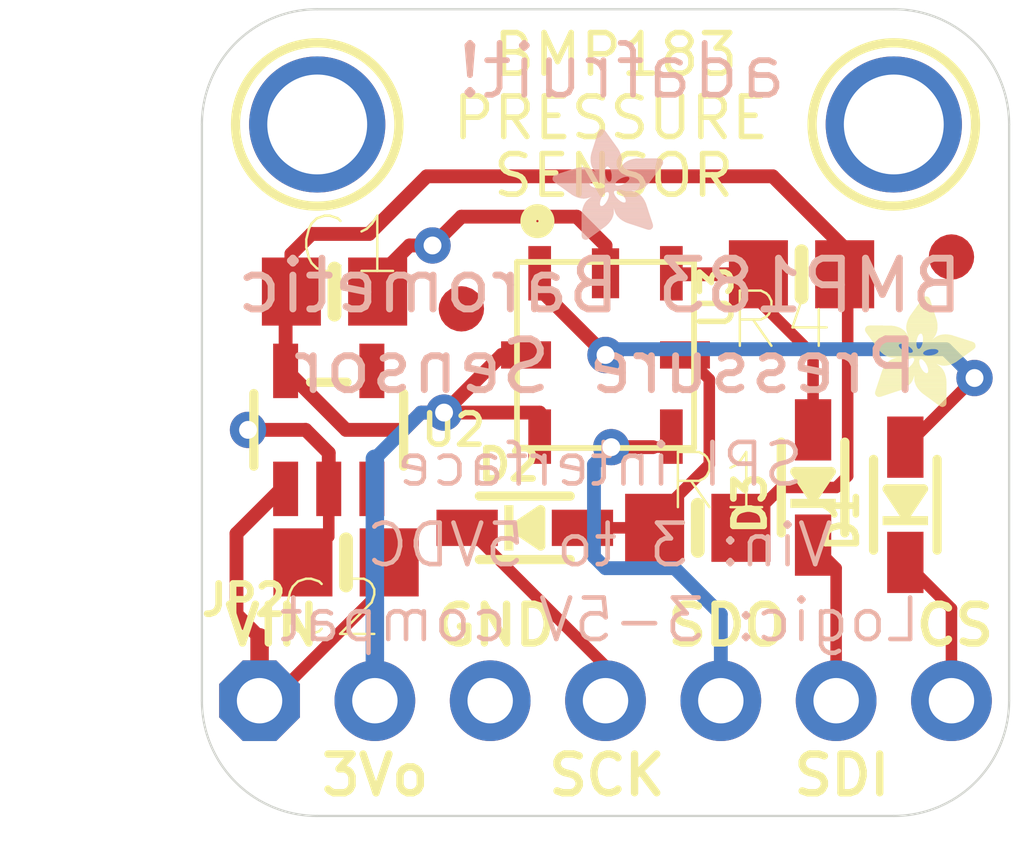
<source format=kicad_pcb>
(kicad_pcb (version 20211014) (generator pcbnew)
  (layers (0 "F.Cu" signal) (31 "B.Cu" signal) (34 "B.Paste" user) (35 "F.Paste" user) (36 "B.SilkS" user "B.Silkscreen") (37 "F.SilkS" user "F.Silkscreen") (38 "B.Mask" user) (39 "F.Mask" user) (44 "Edge.Cuts" user))
  (net 0 "")
  (net 1 "GND")
  (net 2 "SDI_3.3V")
  (net 3 "SCK_3.3V")
  (net 4 "SDI_5.0V")
  (net 5 "SCK_5.0V")
  (net 6 "+3V3")
  (net 7 "+5V")
  (net 8 "CS_5V")
  (net 9 "SDO")
  (net 10 "CS_3V")
  (footprint "boardEagle:0805-NO" (layer "F.Cu") (at 152.8191 101.9556 180)
    (fp_text reference "R4" (at -0.762 -1.016) (layer "F.SilkS") (effects (font (size 1.21668 1.21668) (thickness 0.05332)) (justify right)))
    (fp_text value "10K")
    (pad "1" smd rect (at -0.95 0 180) (size 1.3 1.5) (layers "F.Cu" "F.Paste" "F.Mask") (net 6 "+3V3"))
    (pad "2" smd rect (at 0.95 0 180) (size 1.3 1.5) (layers "F.Cu" "F.Paste" "F.Mask") (net 2 "SDI_3.3V"))
  )
  (footprint "boardEagle:0805-NO" (layer "F.Cu") (at 150.5331 107.5436)
    (fp_text reference "R1" (at -0.762 -1.016) (layer "F.SilkS") (effects (font (size 1.21668 1.21668) (thickness 0.05332)) (justify left)))
    (fp_text value "10K")
    (pad "1" smd rect (at -0.95 0) (size 1.3 1.5) (layers "F.Cu" "F.Paste" "F.Mask") (net 3 "SCK_3.3V"))
    (pad "2" smd rect (at 0.95 0) (size 1.3 1.5) (layers "F.Cu" "F.Paste" "F.Mask") (net 6 "+3V3"))
  )
  (footprint "boardEagle:SOT23-5" (layer "F.Cu") (at 142.4051 105.3846)
    (fp_text reference "U2" (at 1.978 0) (layer "F.SilkS") (effects (font (size 0.692831 0.692831) (thickness 0.119969)) (justify left)))
    (fp_text value "MIC5225-3.3")
    (pad "1" smd rect (at -0.95 1.3001) (size 0.55 1.2) (layers "F.Cu" "F.Paste" "F.Mask") (net 7 "+5V"))
    (pad "2" smd rect (at 0 1.3001) (size 0.55 1.2) (layers "F.Cu" "F.Paste" "F.Mask") (net 1 "GND"))
    (pad "3" smd rect (at 0.95 1.3001) (size 0.55 1.2) (layers "F.Cu" "F.Paste" "F.Mask") (net 7 "+5V"))
    (pad "4" smd rect (at 0.95 -1.3001) (size 0.55 1.2) (layers "F.Cu" "F.Paste" "F.Mask"))
    (pad "5" smd rect (at -0.95 -1.3001) (size 0.55 1.2) (layers "F.Cu" "F.Paste" "F.Mask") (net 6 "+3V3"))
  )
  (footprint "boardEagle:BMP18X_EXTENDED" (layer "F.Cu") (at 148.5011 103.7336 -90)
    (fp_text reference "U3" (at -2.04 -2.448 90) (layer "F.SilkS") (effects (font (size 0.692831 0.692831) (thickness 0.119969)) (justify right)))
    (fp_text value "BMP183")
    (pad "1" smd rect (at -1.8 1.45 270) (size 1.2 0.5) (layers "F.Cu" "F.Paste" "F.Mask") (net 10 "CS_3V"))
    (pad "2" smd rect (at 0 1.75 270) (size 0.6 1.1) (layers "F.Cu" "F.Paste" "F.Mask") (net 6 "+3V3"))
    (pad "3" smd rect (at 1.8 1.45 270) (size 1.2 0.5) (layers "F.Cu" "F.Paste" "F.Mask") (net 6 "+3V3"))
    (pad "4" smd rect (at 1.8 -1.45 270) (size 1.2 0.5) (layers "F.Cu" "F.Paste" "F.Mask") (net 9 "SDO"))
    (pad "5" smd rect (at 0 -1.75 270) (size 0.6 1.1) (layers "F.Cu" "F.Paste" "F.Mask") (net 3 "SCK_3.3V"))
    (pad "6" smd rect (at -1.8 -1.45 270) (size 1.2 0.5) (layers "F.Cu" "F.Paste" "F.Mask") (net 2 "SDI_3.3V"))
    (pad "7" smd rect (at -1.8 0 270) (size 1.1 0.6) (layers "F.Cu" "F.Paste" "F.Mask") (net 1 "GND"))
  )
  (footprint "boardEagle:1X07_ROUND_70" (layer "F.Cu") (at 148.5011 111.3536)
    (fp_text reference "JP2" (at -8.9662 -1.8288) (layer "F.SilkS") (effects (font (size 0.666496 0.666496) (thickness 0.146304)) (justify left bottom)))
    (fp_text value "")
    (pad "1" thru_hole roundrect (at -7.62 0 90) (size 1.778 1.778) (drill 1) (layers *.Cu *.Mask) (chamfer_ratio 0.2928932188) (chamfer top_left top_right bottom_left bottom_right) (net 7 "+5V"))
    (pad "2" thru_hole circle (at -5.08 0 90) (size 1.778 1.778) (drill 1) (layers *.Cu *.Mask) (net 6 "+3V3"))
    (pad "3" thru_hole circle (at -2.54 0 90) (size 1.778 1.778) (drill 1) (layers *.Cu *.Mask) (net 1 "GND"))
    (pad "4" thru_hole circle (at 0 0 90) (size 1.778 1.778) (drill 1) (layers *.Cu *.Mask) (net 5 "SCK_5.0V"))
    (pad "5" thru_hole circle (at 2.54 0 90) (size 1.778 1.778) (drill 1) (layers *.Cu *.Mask) (net 9 "SDO"))
    (pad "6" thru_hole circle (at 5.08 0 90) (size 1.778 1.778) (drill 1) (layers *.Cu *.Mask) (net 4 "SDI_5.0V"))
    (pad "7" thru_hole circle (at 7.62 0 90) (size 1.778 1.778) (drill 1) (layers *.Cu *.Mask) (net 8 "CS_5V"))
  )
  (footprint "boardEagle:MOUNTINGHOLE_2.0_PLATED" (layer "F.Cu") (at 154.8511 98.6536)
    (fp_text reference "U$8" hide)
    (fp_text value "MOUNTINGHOLE2.0" hide)
    (pad "P$1" thru_hole circle (at 0 0) (size 3 3) (drill 2.2) (layers *.Cu *.Mask))
  )
  (footprint "boardEagle:MOUNTINGHOLE_2.0_PLATED" (layer "F.Cu") (at 142.1511 98.6536)
    (fp_text reference "U$7" hide)
    (fp_text value "MOUNTINGHOLE2.0" hide)
    (pad "P$1" thru_hole circle (at 0 0) (size 3 3) (drill 2.2) (layers *.Cu *.Mask))
  )
  (footprint "boardEagle:ADAFRUIT_2.5MM" (layer "F.Cu") (at 154.2161 104.8766)
    (fp_text reference "U$6" hide)
    (fp_text value "" hide)
  )
  (footprint "boardEagle:0805-NO" (layer "F.Cu") (at 142.7861 108.3056 180)
    (fp_text reference "C2" (at -0.889 -1.016) (layer "F.SilkS") (effects (font (size 1.21668 1.21668) (thickness 0.05332)) (justify right)))
    (fp_text value "10uF")
    (pad "1" smd rect (at -0.95 0 180) (size 1.3 1.5) (layers "F.Cu" "F.Paste" "F.Mask") (net 7 "+5V"))
    (pad "2" smd rect (at 0.95 0 180) (size 1.3 1.5) (layers "F.Cu" "F.Paste" "F.Mask") (net 1 "GND"))
  )
  (footprint "boardEagle:SOD-323" (layer "F.Cu") (at 153.0731 106.6546 90)
    (fp_text reference "D3" (at -1.1 -1 90) (layer "F.SilkS") (effects (font (size 0.666496 0.666496) (thickness 0.146304)) (justify left bottom)))
    (fp_text value "1n4148")
    (pad "A" smd rect (at 1.27 0 90) (size 1.35 0.8) (layers "F.Cu" "F.Paste" "F.Mask") (net 2 "SDI_3.3V"))
    (pad "C" smd rect (at -1.27 0 90) (size 1.35 0.8) (layers "F.Cu" "F.Paste" "F.Mask") (net 4 "SDI_5.0V"))
  )
  (footprint "boardEagle:SOD-323" (layer "F.Cu") (at 155.1051 107.0356 90)
    (fp_text reference "D1" (at -1.1 -1 90) (layer "F.SilkS") (effects (font (size 0.666496 0.666496) (thickness 0.146304)) (justify left bottom)))
    (fp_text value "1N4148")
    (pad "A" smd rect (at 1.27 0 90) (size 1.35 0.8) (layers "F.Cu" "F.Paste" "F.Mask") (net 10 "CS_3V"))
    (pad "C" smd rect (at -1.27 0 90) (size 1.35 0.8) (layers "F.Cu" "F.Paste" "F.Mask") (net 8 "CS_5V"))
  )
  (footprint "boardEagle:FIDUCIAL_1MM" (layer "F.Cu") (at 145.3261 102.7176)
    (fp_text reference "U$5" hide)
    (fp_text value "FIDUCIAL" hide)
    (pad "1" smd roundrect (at 0 0) (size 1 1) (layers "F.Cu") (roundrect_rratio 0.5))
  )
  (footprint "boardEagle:FIDUCIAL_1MM" (layer "F.Cu") (at 156.1211 101.5746)
    (fp_text reference "U$15" hide)
    (fp_text value "FIDUCIAL" hide)
    (pad "1" smd roundrect (at 0 0) (size 1 1) (layers "F.Cu") (roundrect_rratio 0.5))
  )
  (footprint "boardEagle:0805-NO" (layer "F.Cu") (at 142.5321 102.3366)
    (fp_text reference "C1" (at -0.889 -1.016) (layer "F.SilkS") (effects (font (size 1.21668 1.21668) (thickness 0.05332)) (justify left)))
    (fp_text value "10uF")
    (pad "1" smd rect (at -0.95 0) (size 1.3 1.5) (layers "F.Cu" "F.Paste" "F.Mask") (net 6 "+3V3"))
    (pad "2" smd rect (at 0.95 0) (size 1.3 1.5) (layers "F.Cu" "F.Paste" "F.Mask") (net 1 "GND"))
  )
  (footprint "boardEagle:SOD-323" (layer "F.Cu") (at 146.7231 107.5436)
    (fp_text reference "D2" (at -1.1 -1) (layer "F.SilkS") (effects (font (size 0.666496 0.666496) (thickness 0.146304)) (justify left bottom)))
    (fp_text value "1n4148")
    (pad "A" smd rect (at 1.27 0) (size 1.35 0.8) (layers "F.Cu" "F.Paste" "F.Mask") (net 3 "SCK_3.3V"))
    (pad "C" smd rect (at -1.27 0) (size 1.35 0.8) (layers "F.Cu" "F.Paste" "F.Mask") (net 5 "SCK_5.0V"))
  )
  (footprint "boardEagle:ADAFRUIT_2.5MM" (layer "B.Cu") (at 149.7711 101.1936 180)
    (fp_text reference "U$2" hide)
    (fp_text value "" hide)
  )
  (gr_line (start 157.3911 98.6536) (end 157.3911 111.3536) (layer "Edge.Cuts") (width 0.05))
  (gr_arc (start 142.1511 113.8936) (mid 140.355049 113.149651) (end 139.6111 111.3536) (layer "Edge.Cuts") (width 0.05))
  (gr_line (start 139.6111 111.3536) (end 139.6111 98.6536) (layer "Edge.Cuts") (width 0.05))
  (gr_line (start 142.1511 96.1136) (end 154.8511 96.1136) (layer "Edge.Cuts") (width 0.05))
  (gr_arc (start 154.8511 96.1136) (mid 156.647151 96.857549) (end 157.3911 98.6536) (layer "Edge.Cuts") (width 0.05))
  (gr_arc (start 157.3911 111.3536) (mid 156.647151 113.149651) (end 154.8511 113.8936) (layer "Edge.Cuts") (width 0.05))
  (gr_arc (start 139.6111 98.6536) (mid 140.355049 96.857549) (end 142.1511 96.1136) (layer "Edge.Cuts") (width 0.05))
  (gr_line (start 154.8511 113.8936) (end 142.1511 113.8936) (layer "Edge.Cuts") (width 0.05))
  (gr_text "BMP183 Barometic" (at 148.3741 102.2096) (layer "B.SilkS") (effects (font (size 1.1176 1.1176) (thickness 0.1524)) (justify mirror)))
  (gr_text "Pressure Sensor" (at 148.5011 103.9876) (layer "B.SilkS") (effects (font (size 1.1176 1.1176) (thickness 0.1524)) (justify mirror)))
  (gr_text "Logic: 3-5V compat" (at 148.3741 109.5756) (layer "B.SilkS") (effects (font (size 0.9144 0.9144) (thickness 0.1016)) (justify mirror)))
  (gr_text "adafruit!" (at 152.5651 98.1456) (layer "B.SilkS") (effects (font (size 1.143 1.143) (thickness 0.127)) (justify left bottom mirror)))
  (gr_text "Vin: 3 to 5VDC" (at 148.3741 107.9246) (layer "B.SilkS") (effects (font (size 0.9144 0.9144) (thickness 0.1016)) (justify mirror)))
  (gr_text "SPI interface" (at 148.3741 106.1466) (layer "B.SilkS") (effects (font (size 0.9144 0.9144) (thickness 0.1016)) (justify mirror)))
  (gr_text "3Vo" (at 144.6911 112.4966) (layer "F.SilkS") (effects (font (size 0.85344 0.85344) (thickness 0.16256)) (justify right top)))
  (gr_text "VIN" (at 142.2781 109.1946) (layer "F.SilkS") (effects (font (size 0.85344 0.85344) (thickness 0.16256)) (justify right top)))
  (gr_text "SDI" (at 154.8511 112.4966) (layer "F.SilkS") (effects (font (size 0.85344 0.85344) (thickness 0.16256)) (justify right top)))
  (gr_text "SCK" (at 149.8981 112.4966) (layer "F.SilkS") (effects (font (size 0.85344 0.85344) (thickness 0.16256)) (justify right top)))
  (gr_text "SENSOR" (at 145.9611 100.3046) (layer "F.SilkS") (effects (font (size 0.89408 0.89408) (thickness 0.12192)) (justify left bottom)))
  (gr_text "SDO" (at 152.5651 109.1946) (layer "F.SilkS") (effects (font (size 0.85344 0.85344) (thickness 0.16256)) (justify right top)))
  (gr_text "PRESSURE" (at 145.0721 99.0346) (layer "F.SilkS") (effects (font (size 0.89408 0.89408) (thickness 0.12192)) (justify left bottom)))
  (gr_text "BMP183" (at 145.9611 97.6376) (layer "F.SilkS") (effects (font (size 0.89408 0.89408) (thickness 0.12192)) (justify left bottom)))
  (gr_text "CS" (at 157.1371 109.1946) (layer "F.SilkS") (effects (font (size 0.85344 0.85344) (thickness 0.16256)) (justify right top)))
  (gr_text "GND" (at 147.4851 109.1946) (layer "F.SilkS") (effects (font (size 0.85344 0.85344) (thickness 0.16256)) (justify right top)))
  (segment (start 141.8971 105.3846) (end 140.6271 105.3846) (width 0.3048) (layer "F.Cu") (net 1))
  (segment (start 141.8361 108.3056) (end 142.4051 107.7366) (width 0.254) (layer "F.Cu") (net 1))
  (segment (start 143.8021 102.3366) (end 143.8021 101.7016) (width 0.3048) (layer "F.Cu") (net 1))
  (segment (start 147.8661 100.6856) (end 148.5011 101.3206) (width 0.3048) (layer "F.Cu") (net 1))
  (segment (start 143.8021 101.7016) (end 144.1831 101.3206) (width 0.3048) (layer "F.Cu") (net 1))
  (segment (start 147.8661 100.6856) (end 145.3261 100.6856) (width 0.3048) (layer "F.Cu") (net 1))
  (segment (start 143.4821 102.3366) (end 143.8021 102.3366) (width 0.3048) (layer "F.Cu") (net 1))
  (segment (start 142.4051 107.7366) (end 142.4051 106.6847) (width 0.254) (layer "F.Cu") (net 1))
  (segment (start 148.5011 101.3206) (end 148.5011 101.9336) (width 0.3048) (layer "F.Cu") (net 1))
  (segment (start 142.4051 106.6847) (end 142.4051 105.8926) (width 0.3048) (layer "F.Cu") (net 1))
  (segment (start 142.4051 105.8926) (end 141.8971 105.3846) (width 0.3048) (layer "F.Cu") (net 1))
  (segment (start 144.1831 101.3206) (end 144.6911 101.3206) (width 0.3048) (layer "F.Cu") (net 1))
  (segment (start 145.3261 100.6856) (end 144.6911 101.3206) (width 0.3048) (layer "F.Cu") (net 1))
  (via (at 140.6271 105.3846) (size 0.8001) (drill 0.3937) (layers "F.Cu" "B.Cu") (net 1))
  (via (at 144.6911 101.3206) (size 0.8001) (drill 0.3937) (layers "F.Cu" "B.Cu") (net 1))
  (segment (start 150.0341 101.9336) (end 149.9511 101.9336) (width 0.3048) (layer "F.Cu") (net 2))
  (segment (start 150.0561 101.9556) (end 150.0341 101.9336) (width 0.3048) (layer "F.Cu") (net 2))
  (segment (start 150.0561 101.9556) (end 151.8691 101.9556) (width 0.3048) (layer "F.Cu") (net 2))
  (segment (start 151.8691 102.5296) (end 153.0731 103.7336) (width 0.254) (layer "F.Cu") (net 2))
  (segment (start 153.0731 103.7336) (end 153.0731 105.3846) (width 0.254) (layer "F.Cu") (net 2))
  (segment (start 151.8691 101.9556) (end 151.8691 102.5296) (width 0.254) (layer "F.Cu") (net 2))
  (segment (start 149.5831 107.5436) (end 147.9931 107.5436) (width 0.254) (layer "F.Cu") (net 3))
  (segment (start 149.5831 107.5436) (end 149.5831 107.3506) (width 0.254) (layer "F.Cu") (net 3))
  (segment (start 150.7871 106.1466) (end 150.7871 104.2696) (width 0.254) (layer "F.Cu") (net 3))
  (segment (start 150.7871 104.2696) (end 150.2511 103.7336) (width 0.254) (layer "F.Cu") (net 3))
  (segment (start 149.5831 107.3506) (end 150.7871 106.1466) (width 0.254) (layer "F.Cu") (net 3))
  (segment (start 153.5811 108.4326) (end 153.5811 111.3536) (width 0.254) (layer "F.Cu") (net 4))
  (segment (start 153.0731 107.9246) (end 153.5811 108.4326) (width 0.254) (layer "F.Cu") (net 4))
  (segment (start 145.4531 107.5436) (end 148.5011 110.5916) (width 0.254) (layer "F.Cu") (net 5))
  (segment (start 148.5011 110.5916) (end 148.5011 111.3536) (width 0.254) (layer "F.Cu") (net 5))
  (segment (start 144.5641 99.7966) (end 152.1841 99.7966) (width 0.3048) (layer "F.Cu") (net 6))
  (segment (start 151.4831 107.5436) (end 152.3721 106.6546) (width 0.254) (layer "F.Cu") (net 6))
  (segment (start 152.1841 99.7966) (end 153.7691 101.3816) (width 0.3048) (layer "F.Cu") (net 6))
  (segment (start 142.7861 105.3846) (end 144.0561 105.3846) (width 0.3048) (layer "F.Cu") (net 6))
  (segment (start 143.2941 101.0666) (end 142.0241 101.0666) (width 0.3048) (layer "F.Cu") (net 6))
  (segment (start 153.5811 106.6546) (end 153.8351 106.4006) (width 0.254) (layer "F.Cu") (net 6))
  (segment (start 142.0241 101.0666) (end 141.5821 101.5086) (width 0.3048) (layer "F.Cu") (net 6))
  (segment (start 152.3721 106.6546) (end 153.5811 106.6546) (width 0.254) (layer "F.Cu") (net 6))
  (segment (start 144.5641 99.7966) (end 143.2941 101.0666) (width 0.3048) (layer "F.Cu") (net 6))
  (segment (start 141.5821 102.3366) (end 141.5821 101.8896) (width 0.3048) (layer "F.Cu") (net 6))
  (segment (start 144.4371 105.0036) (end 144.9451 105.0036) (width 0.3048) (layer "F.Cu") (net 6))
  (segment (start 141.486 104.0845) (end 142.7861 105.3846) (width 0.3048) (layer "F.Cu") (net 6))
  (segment (start 147.0511 105.0036) (end 144.9451 105.0036) (width 0.3048) (layer "F.Cu") (net 6))
  (segment (start 147.0511 105.5336) (end 147.0511 105.0036) (width 0.3048) (layer "F.Cu") (net 6))
  (segment (start 153.8351 101.9556) (end 153.7691 101.9556) (width 0.254) (layer "F.Cu") (net 6))
  (segment (start 146.2151 103.7336) (end 146.7511 103.7336) (width 0.3048) (layer "F.Cu") (net 6))
  (segment (start 141.4551 102.3366) (end 141.4551 104.0845) (width 0.3048) (layer "F.Cu") (net 6))
  (segment (start 144.0561 105.3846) (end 144.4371 105.0036) (width 0.3048) (layer "F.Cu") (net 6))
  (segment (start 153.7691 101.3816) (end 153.7691 101.9556) (width 0.3048) (layer "F.Cu") (net 6))
  (segment (start 141.5821 101.5086) (end 141.5821 102.3366) (width 0.3048) (layer "F.Cu") (net 6))
  (segment (start 144.9451 105.0036) (end 146.2151 103.7336) (width 0.3048) (layer "F.Cu") (net 6))
  (segment (start 141.5821 102.3366) (end 141.4551 102.3366) (width 0.3048) (layer "F.Cu") (net 6))
  (segment (start 141.4551 104.0845) (end 141.486 104.0845) (width 0.3048) (layer "F.Cu") (net 6))
  (segment (start 153.8351 106.4006) (end 153.8351 101.9556) (width 0.254) (layer "F.Cu") (net 6))
  (segment (start 153.8351 101.8896) (end 153.7691 101.9556) (width 0.3048) (layer "F.Cu") (net 6))
  (via (at 144.9451 105.0036) (size 0.8001) (drill 0.3937) (layers "F.Cu" "B.Cu") (net 6))
  (segment (start 143.4211 106.0196) (end 143.4211 111.3536) (width 0.4064) (layer "B.Cu") (net 6))
  (segment (start 144.4371 105.0036) (end 144.9451 105.0036) (width 0.3048) (layer "B.Cu") (net 6))
  (segment (start 143.4211 106.0196) (end 144.4371 105.0036) (width 0.3048) (layer "B.Cu") (net 6))
  (segment (start 140.3731 107.6706) (end 140.3731 109.4486) (width 0.3048) (layer "F.Cu") (net 7))
  (segment (start 141.4551 106.6847) (end 141.359 106.6847) (width 0.3048) (layer "F.Cu") (net 7))
  (segment (start 141.359 106.6847) (end 140.3731 107.6706) (width 0.3048) (layer "F.Cu") (net 7))
  (segment (start 143.3551 106.6847) (end 143.3551 107.9246) (width 0.254) (layer "F.Cu") (net 7))
  (segment (start 140.8811 111.3536) (end 140.8811 109.9566) (width 0.4064) (layer "F.Cu") (net 7))
  (segment (start 141.3891 111.0996) (end 141.1351 111.0996) (width 0.254) (layer "F.Cu") (net 7))
  (segment (start 143.3551 107.9246) (end 143.7361 108.3056) (width 0.254) (layer "F.Cu") (net 7))
  (segment (start 143.3551 106.6847) (end 143.3551 109.1336) (width 0.254) (layer "F.Cu") (net 7))
  (segment (start 143.3551 106.6847) (end 143.3852 106.6546) (width 0.3048) (layer "F.Cu") (net 7))
  (segment (start 140.3731 109.4486) (end 140.8811 109.9566) (width 0.3048) (layer "F.Cu") (net 7))
  (segment (start 143.3551 109.1336) (end 141.3891 111.0996) (width 0.254) (layer "F.Cu") (net 7))
  (segment (start 141.1351 111.0996) (end 140.8811 111.3536) (width 0.254) (layer "F.Cu") (net 7))
  (segment (start 156.1211 109.3216) (end 156.1211 111.3536) (width 0.254) (layer "F.Cu") (net 8))
  (segment (start 155.1051 108.3056) (end 156.1211 109.3216) (width 0.254) (layer "F.Cu") (net 8))
  (segment (start 149.5481 105.7656) (end 148.6281 105.7656) (width 0.3048) (layer "F.Cu") (net 9))
  (segment (start 149.9511 105.5336) (end 149.7191 105.7656) (width 0.254) (layer "F.Cu") (net 9))
  (segment (start 149.7191 105.7656) (end 149.5481 105.7656) (width 0.254) (layer "F.Cu") (net 9))
  (via (at 148.6281 105.7656) (size 0.8001) (drill 0.3937) (layers "F.Cu" "B.Cu") (net 9))
  (segment (start 148.6281 105.7656) (end 148.2471 106.1466) (width 0.3048) (layer "B.Cu") (net 9))
  (segment (start 148.2471 108.1786) (end 148.5011 108.4326) (width 0.3048) (layer "B.Cu") (net 9))
  (segment (start 151.0411 109.4486) (end 151.0411 111.3536) (width 0.3048) (layer "B.Cu") (net 9))
  (segment (start 150.0251 108.4326) (end 151.0411 109.4486) (width 0.3048) (layer "B.Cu") (net 9))
  (segment (start 148.5011 108.4326) (end 150.0251 108.4326) (width 0.3048) (layer "B.Cu") (net 9))
  (segment (start 148.2471 106.1466) (end 148.2471 108.1786) (width 0.3048) (layer "B.Cu") (net 9))
  (segment (start 147.0511 101.9336) (end 147.0511 102.2836) (width 0.3048) (layer "F.Cu") (net 10))
  (segment (start 147.0511 102.2836) (end 148.5011 103.7336) (width 0.3048) (layer "F.Cu") (net 10))
  (segment (start 155.1051 105.7656) (end 156.6291 104.2416) (width 0.254) (layer "F.Cu") (net 10))
  (via (at 148.5011 103.7336) (size 0.8001) (drill 0.3937) (layers "F.Cu" "B.Cu") (net 10))
  (via (at 156.6291 104.2416) (size 0.8001) (drill 0.3937) (layers "F.Cu" "B.Cu") (net 10))
  (segment (start 148.6281 103.6066) (end 155.9941 103.6066) (width 0.3048) (layer "B.Cu") (net 10))
  (segment (start 155.9941 103.6066) (end 156.6291 104.2416) (width 0.3048) (layer "B.Cu") (net 10))
  (segment (start 148.5011 103.7336) (end 148.6281 103.6066) (width 0.3048) (layer "B.Cu") (net 10))
)
</source>
